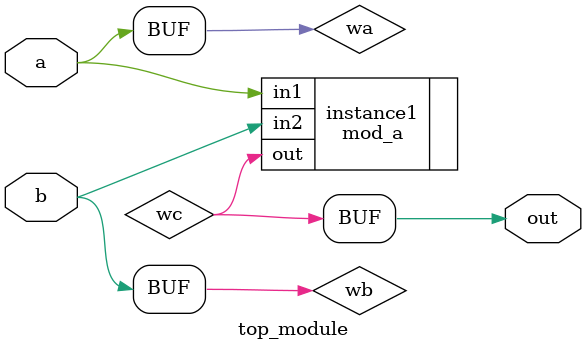
<source format=v>
module top_module ( input a, input b, output out );

  wire wa, wb, wc;

  mod_a instance1 (
    .out(wc),
    .in1(wa),
    .in2(wb)
  );
  
  assign wa = a;
  assign wb = b;
  assign out = wc;

endmodule

</source>
